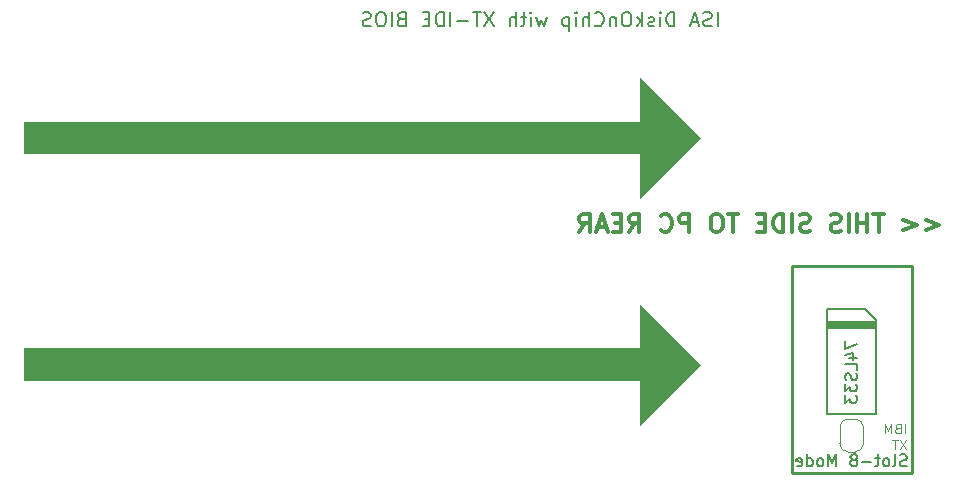
<source format=gbo>
G04 #@! TF.GenerationSoftware,KiCad,Pcbnew,(5.1.6-0)*
G04 #@! TF.CreationDate,2020-08-14T20:43:53-05:00*
G04 #@! TF.ProjectId,DoubleROM-DOC,446f7562-6c65-4524-9f4d-2d444f432e6b,rev?*
G04 #@! TF.SameCoordinates,Original*
G04 #@! TF.FileFunction,Legend,Bot*
G04 #@! TF.FilePolarity,Positive*
%FSLAX46Y46*%
G04 Gerber Fmt 4.6, Leading zero omitted, Abs format (unit mm)*
G04 Created by KiCad (PCBNEW (5.1.6-0)) date 2020-08-14 20:43:53*
%MOMM*%
%LPD*%
G01*
G04 APERTURE LIST*
%ADD10C,0.120000*%
%ADD11C,0.200000*%
%ADD12C,0.304800*%
%ADD13C,0.100000*%
%ADD14C,0.254000*%
%ADD15C,0.150000*%
G04 APERTURE END LIST*
D10*
X258049523Y-152101904D02*
X258049523Y-151301904D01*
X257401904Y-151682857D02*
X257287619Y-151720952D01*
X257249523Y-151759047D01*
X257211428Y-151835238D01*
X257211428Y-151949523D01*
X257249523Y-152025714D01*
X257287619Y-152063809D01*
X257363809Y-152101904D01*
X257668571Y-152101904D01*
X257668571Y-151301904D01*
X257401904Y-151301904D01*
X257325714Y-151340000D01*
X257287619Y-151378095D01*
X257249523Y-151454285D01*
X257249523Y-151530476D01*
X257287619Y-151606666D01*
X257325714Y-151644761D01*
X257401904Y-151682857D01*
X257668571Y-151682857D01*
X256868571Y-152101904D02*
X256868571Y-151301904D01*
X256601904Y-151873333D01*
X256335238Y-151301904D01*
X256335238Y-152101904D01*
X258125714Y-152621904D02*
X257592380Y-153421904D01*
X257592380Y-152621904D02*
X258125714Y-153421904D01*
X257401904Y-152621904D02*
X256944761Y-152621904D01*
X257173333Y-153421904D02*
X257173333Y-152621904D01*
D11*
X242154285Y-117636857D02*
X242154285Y-116436857D01*
X241640000Y-117579714D02*
X241468571Y-117636857D01*
X241182857Y-117636857D01*
X241068571Y-117579714D01*
X241011428Y-117522571D01*
X240954285Y-117408285D01*
X240954285Y-117294000D01*
X241011428Y-117179714D01*
X241068571Y-117122571D01*
X241182857Y-117065428D01*
X241411428Y-117008285D01*
X241525714Y-116951142D01*
X241582857Y-116894000D01*
X241640000Y-116779714D01*
X241640000Y-116665428D01*
X241582857Y-116551142D01*
X241525714Y-116494000D01*
X241411428Y-116436857D01*
X241125714Y-116436857D01*
X240954285Y-116494000D01*
X240497142Y-117294000D02*
X239925714Y-117294000D01*
X240611428Y-117636857D02*
X240211428Y-116436857D01*
X239811428Y-117636857D01*
X238497142Y-117636857D02*
X238497142Y-116436857D01*
X238211428Y-116436857D01*
X238040000Y-116494000D01*
X237925714Y-116608285D01*
X237868571Y-116722571D01*
X237811428Y-116951142D01*
X237811428Y-117122571D01*
X237868571Y-117351142D01*
X237925714Y-117465428D01*
X238040000Y-117579714D01*
X238211428Y-117636857D01*
X238497142Y-117636857D01*
X237297142Y-117636857D02*
X237297142Y-116836857D01*
X237297142Y-116436857D02*
X237354285Y-116494000D01*
X237297142Y-116551142D01*
X237240000Y-116494000D01*
X237297142Y-116436857D01*
X237297142Y-116551142D01*
X236782857Y-117579714D02*
X236668571Y-117636857D01*
X236440000Y-117636857D01*
X236325714Y-117579714D01*
X236268571Y-117465428D01*
X236268571Y-117408285D01*
X236325714Y-117294000D01*
X236440000Y-117236857D01*
X236611428Y-117236857D01*
X236725714Y-117179714D01*
X236782857Y-117065428D01*
X236782857Y-117008285D01*
X236725714Y-116894000D01*
X236611428Y-116836857D01*
X236440000Y-116836857D01*
X236325714Y-116894000D01*
X235754285Y-117636857D02*
X235754285Y-116436857D01*
X235640000Y-117179714D02*
X235297142Y-117636857D01*
X235297142Y-116836857D02*
X235754285Y-117294000D01*
X234554285Y-116436857D02*
X234325714Y-116436857D01*
X234211428Y-116494000D01*
X234097142Y-116608285D01*
X234040000Y-116836857D01*
X234040000Y-117236857D01*
X234097142Y-117465428D01*
X234211428Y-117579714D01*
X234325714Y-117636857D01*
X234554285Y-117636857D01*
X234668571Y-117579714D01*
X234782857Y-117465428D01*
X234840000Y-117236857D01*
X234840000Y-116836857D01*
X234782857Y-116608285D01*
X234668571Y-116494000D01*
X234554285Y-116436857D01*
X233525714Y-116836857D02*
X233525714Y-117636857D01*
X233525714Y-116951142D02*
X233468571Y-116894000D01*
X233354285Y-116836857D01*
X233182857Y-116836857D01*
X233068571Y-116894000D01*
X233011428Y-117008285D01*
X233011428Y-117636857D01*
X231754285Y-117522571D02*
X231811428Y-117579714D01*
X231982857Y-117636857D01*
X232097142Y-117636857D01*
X232268571Y-117579714D01*
X232382857Y-117465428D01*
X232440000Y-117351142D01*
X232497142Y-117122571D01*
X232497142Y-116951142D01*
X232440000Y-116722571D01*
X232382857Y-116608285D01*
X232268571Y-116494000D01*
X232097142Y-116436857D01*
X231982857Y-116436857D01*
X231811428Y-116494000D01*
X231754285Y-116551142D01*
X231240000Y-117636857D02*
X231240000Y-116436857D01*
X230725714Y-117636857D02*
X230725714Y-117008285D01*
X230782857Y-116894000D01*
X230897142Y-116836857D01*
X231068571Y-116836857D01*
X231182857Y-116894000D01*
X231240000Y-116951142D01*
X230154285Y-117636857D02*
X230154285Y-116836857D01*
X230154285Y-116436857D02*
X230211428Y-116494000D01*
X230154285Y-116551142D01*
X230097142Y-116494000D01*
X230154285Y-116436857D01*
X230154285Y-116551142D01*
X229582857Y-116836857D02*
X229582857Y-118036857D01*
X229582857Y-116894000D02*
X229468571Y-116836857D01*
X229240000Y-116836857D01*
X229125714Y-116894000D01*
X229068571Y-116951142D01*
X229011428Y-117065428D01*
X229011428Y-117408285D01*
X229068571Y-117522571D01*
X229125714Y-117579714D01*
X229240000Y-117636857D01*
X229468571Y-117636857D01*
X229582857Y-117579714D01*
X227697142Y-116836857D02*
X227468571Y-117636857D01*
X227240000Y-117065428D01*
X227011428Y-117636857D01*
X226782857Y-116836857D01*
X226325714Y-117636857D02*
X226325714Y-116836857D01*
X226325714Y-116436857D02*
X226382857Y-116494000D01*
X226325714Y-116551142D01*
X226268571Y-116494000D01*
X226325714Y-116436857D01*
X226325714Y-116551142D01*
X225925714Y-116836857D02*
X225468571Y-116836857D01*
X225754285Y-116436857D02*
X225754285Y-117465428D01*
X225697142Y-117579714D01*
X225582857Y-117636857D01*
X225468571Y-117636857D01*
X225068571Y-117636857D02*
X225068571Y-116436857D01*
X224554285Y-117636857D02*
X224554285Y-117008285D01*
X224611428Y-116894000D01*
X224725714Y-116836857D01*
X224897142Y-116836857D01*
X225011428Y-116894000D01*
X225068571Y-116951142D01*
X223182857Y-116436857D02*
X222382857Y-117636857D01*
X222382857Y-116436857D02*
X223182857Y-117636857D01*
X222097142Y-116436857D02*
X221411428Y-116436857D01*
X221754285Y-117636857D02*
X221754285Y-116436857D01*
X221011428Y-117179714D02*
X220097142Y-117179714D01*
X219525714Y-117636857D02*
X219525714Y-116436857D01*
X218954285Y-117636857D02*
X218954285Y-116436857D01*
X218668571Y-116436857D01*
X218497142Y-116494000D01*
X218382857Y-116608285D01*
X218325714Y-116722571D01*
X218268571Y-116951142D01*
X218268571Y-117122571D01*
X218325714Y-117351142D01*
X218382857Y-117465428D01*
X218497142Y-117579714D01*
X218668571Y-117636857D01*
X218954285Y-117636857D01*
X217754285Y-117008285D02*
X217354285Y-117008285D01*
X217182857Y-117636857D02*
X217754285Y-117636857D01*
X217754285Y-116436857D01*
X217182857Y-116436857D01*
X215354285Y-117008285D02*
X215182857Y-117065428D01*
X215125714Y-117122571D01*
X215068571Y-117236857D01*
X215068571Y-117408285D01*
X215125714Y-117522571D01*
X215182857Y-117579714D01*
X215297142Y-117636857D01*
X215754285Y-117636857D01*
X215754285Y-116436857D01*
X215354285Y-116436857D01*
X215240000Y-116494000D01*
X215182857Y-116551142D01*
X215125714Y-116665428D01*
X215125714Y-116779714D01*
X215182857Y-116894000D01*
X215240000Y-116951142D01*
X215354285Y-117008285D01*
X215754285Y-117008285D01*
X214554285Y-117636857D02*
X214554285Y-116436857D01*
X213754285Y-116436857D02*
X213525714Y-116436857D01*
X213411428Y-116494000D01*
X213297142Y-116608285D01*
X213240000Y-116836857D01*
X213240000Y-117236857D01*
X213297142Y-117465428D01*
X213411428Y-117579714D01*
X213525714Y-117636857D01*
X213754285Y-117636857D01*
X213868571Y-117579714D01*
X213982857Y-117465428D01*
X214040000Y-117236857D01*
X214040000Y-116836857D01*
X213982857Y-116608285D01*
X213868571Y-116494000D01*
X213754285Y-116436857D01*
X212782857Y-117579714D02*
X212611428Y-117636857D01*
X212325714Y-117636857D01*
X212211428Y-117579714D01*
X212154285Y-117522571D01*
X212097142Y-117408285D01*
X212097142Y-117294000D01*
X212154285Y-117179714D01*
X212211428Y-117122571D01*
X212325714Y-117065428D01*
X212554285Y-117008285D01*
X212668571Y-116951142D01*
X212725714Y-116894000D01*
X212782857Y-116779714D01*
X212782857Y-116665428D01*
X212725714Y-116551142D01*
X212668571Y-116494000D01*
X212554285Y-116436857D01*
X212268571Y-116436857D01*
X212097142Y-116494000D01*
D12*
X259770880Y-134039428D02*
X260932022Y-134474857D01*
X259770880Y-134910285D01*
X257884022Y-134039428D02*
X259045165Y-134474857D01*
X257884022Y-134910285D01*
X256214880Y-133531428D02*
X255344022Y-133531428D01*
X255779451Y-135055428D02*
X255779451Y-133531428D01*
X254836022Y-135055428D02*
X254836022Y-133531428D01*
X254836022Y-134257142D02*
X253965165Y-134257142D01*
X253965165Y-135055428D02*
X253965165Y-133531428D01*
X253239451Y-135055428D02*
X253239451Y-133531428D01*
X252586308Y-134982857D02*
X252368594Y-135055428D01*
X252005737Y-135055428D01*
X251860594Y-134982857D01*
X251788022Y-134910285D01*
X251715451Y-134765142D01*
X251715451Y-134620000D01*
X251788022Y-134474857D01*
X251860594Y-134402285D01*
X252005737Y-134329714D01*
X252296022Y-134257142D01*
X252441165Y-134184571D01*
X252513737Y-134112000D01*
X252586308Y-133966857D01*
X252586308Y-133821714D01*
X252513737Y-133676571D01*
X252441165Y-133604000D01*
X252296022Y-133531428D01*
X251933165Y-133531428D01*
X251715451Y-133604000D01*
X249973737Y-134982857D02*
X249756022Y-135055428D01*
X249393165Y-135055428D01*
X249248022Y-134982857D01*
X249175451Y-134910285D01*
X249102880Y-134765142D01*
X249102880Y-134620000D01*
X249175451Y-134474857D01*
X249248022Y-134402285D01*
X249393165Y-134329714D01*
X249683451Y-134257142D01*
X249828594Y-134184571D01*
X249901165Y-134112000D01*
X249973737Y-133966857D01*
X249973737Y-133821714D01*
X249901165Y-133676571D01*
X249828594Y-133604000D01*
X249683451Y-133531428D01*
X249320594Y-133531428D01*
X249102880Y-133604000D01*
X248449737Y-135055428D02*
X248449737Y-133531428D01*
X247724022Y-135055428D02*
X247724022Y-133531428D01*
X247361165Y-133531428D01*
X247143451Y-133604000D01*
X246998308Y-133749142D01*
X246925737Y-133894285D01*
X246853165Y-134184571D01*
X246853165Y-134402285D01*
X246925737Y-134692571D01*
X246998308Y-134837714D01*
X247143451Y-134982857D01*
X247361165Y-135055428D01*
X247724022Y-135055428D01*
X246200022Y-134257142D02*
X245692022Y-134257142D01*
X245474308Y-135055428D02*
X246200022Y-135055428D01*
X246200022Y-133531428D01*
X245474308Y-133531428D01*
X243877737Y-133531428D02*
X243006880Y-133531428D01*
X243442308Y-135055428D02*
X243442308Y-133531428D01*
X242208594Y-133531428D02*
X241918308Y-133531428D01*
X241773165Y-133604000D01*
X241628022Y-133749142D01*
X241555451Y-134039428D01*
X241555451Y-134547428D01*
X241628022Y-134837714D01*
X241773165Y-134982857D01*
X241918308Y-135055428D01*
X242208594Y-135055428D01*
X242353737Y-134982857D01*
X242498880Y-134837714D01*
X242571451Y-134547428D01*
X242571451Y-134039428D01*
X242498880Y-133749142D01*
X242353737Y-133604000D01*
X242208594Y-133531428D01*
X239741165Y-135055428D02*
X239741165Y-133531428D01*
X239160594Y-133531428D01*
X239015451Y-133604000D01*
X238942880Y-133676571D01*
X238870308Y-133821714D01*
X238870308Y-134039428D01*
X238942880Y-134184571D01*
X239015451Y-134257142D01*
X239160594Y-134329714D01*
X239741165Y-134329714D01*
X237346308Y-134910285D02*
X237418880Y-134982857D01*
X237636594Y-135055428D01*
X237781737Y-135055428D01*
X237999451Y-134982857D01*
X238144594Y-134837714D01*
X238217165Y-134692571D01*
X238289737Y-134402285D01*
X238289737Y-134184571D01*
X238217165Y-133894285D01*
X238144594Y-133749142D01*
X237999451Y-133604000D01*
X237781737Y-133531428D01*
X237636594Y-133531428D01*
X237418880Y-133604000D01*
X237346308Y-133676571D01*
X234661165Y-135055428D02*
X235169165Y-134329714D01*
X235532022Y-135055428D02*
X235532022Y-133531428D01*
X234951451Y-133531428D01*
X234806308Y-133604000D01*
X234733737Y-133676571D01*
X234661165Y-133821714D01*
X234661165Y-134039428D01*
X234733737Y-134184571D01*
X234806308Y-134257142D01*
X234951451Y-134329714D01*
X235532022Y-134329714D01*
X234008022Y-134257142D02*
X233500022Y-134257142D01*
X233282308Y-135055428D02*
X234008022Y-135055428D01*
X234008022Y-133531428D01*
X233282308Y-133531428D01*
X232701737Y-134620000D02*
X231976022Y-134620000D01*
X232846880Y-135055428D02*
X232338880Y-133531428D01*
X231830880Y-135055428D01*
X230452022Y-135055428D02*
X230960022Y-134329714D01*
X231322880Y-135055428D02*
X231322880Y-133531428D01*
X230742308Y-133531428D01*
X230597165Y-133604000D01*
X230524594Y-133676571D01*
X230452022Y-133821714D01*
X230452022Y-134039428D01*
X230524594Y-134184571D01*
X230597165Y-134257142D01*
X230742308Y-134329714D01*
X231322880Y-134329714D01*
D13*
G36*
X240665000Y-127127000D02*
G01*
X235585000Y-132207000D01*
X235585000Y-122047000D01*
X240665000Y-127127000D01*
G37*
X240665000Y-127127000D02*
X235585000Y-132207000D01*
X235585000Y-122047000D01*
X240665000Y-127127000D01*
G36*
X235585000Y-128397000D02*
G01*
X183388000Y-128397000D01*
X183388000Y-125730000D01*
X235585000Y-125730000D01*
X235585000Y-128397000D01*
G37*
X235585000Y-128397000D02*
X183388000Y-128397000D01*
X183388000Y-125730000D01*
X235585000Y-125730000D01*
X235585000Y-128397000D01*
G36*
X240665000Y-146304000D02*
G01*
X235585000Y-151384000D01*
X235585000Y-141224000D01*
X240665000Y-146304000D01*
G37*
X240665000Y-146304000D02*
X235585000Y-151384000D01*
X235585000Y-141224000D01*
X240665000Y-146304000D01*
G36*
X235585000Y-147574000D02*
G01*
X183388000Y-147574000D01*
X183388000Y-144907000D01*
X235585000Y-144907000D01*
X235585000Y-147574000D01*
G37*
X235585000Y-147574000D02*
X183388000Y-147574000D01*
X183388000Y-144907000D01*
X235585000Y-144907000D01*
X235585000Y-147574000D01*
D14*
X248412000Y-137922000D02*
X248412000Y-155448000D01*
X258572000Y-137922000D02*
X248412000Y-137922000D01*
X258572000Y-155448000D02*
X258572000Y-137922000D01*
X248412000Y-155448000D02*
X258572000Y-155448000D01*
D10*
X252492000Y-151573000D02*
X252492000Y-152973000D01*
X253192000Y-153673000D02*
X253792000Y-153673000D01*
X254492000Y-152973000D02*
X254492000Y-151573000D01*
X253792000Y-150873000D02*
X253192000Y-150873000D01*
X252492000Y-152973000D02*
G75*
G03*
X253192000Y-153673000I700000J0D01*
G01*
X253792000Y-153673000D02*
G75*
G03*
X254492000Y-152973000I0J700000D01*
G01*
X254492000Y-151573000D02*
G75*
G03*
X253792000Y-150873000I-700000J0D01*
G01*
X253192000Y-150873000D02*
G75*
G03*
X252492000Y-151573000I0J-700000D01*
G01*
D15*
X255567000Y-150500000D02*
X251417000Y-150500000D01*
X254650240Y-141599920D02*
X251417000Y-141600000D01*
X255567000Y-150500000D02*
X255564640Y-142514320D01*
X251417000Y-150500000D02*
X251417000Y-141600000D01*
D13*
G36*
X255549400Y-142544800D02*
G01*
X251409200Y-142544800D01*
X251409200Y-143205200D01*
X255549400Y-143205200D01*
X255549400Y-142544800D01*
G37*
X255549400Y-142544800D02*
X251409200Y-142544800D01*
X251409200Y-143205200D01*
X255549400Y-143205200D01*
X255549400Y-142544800D01*
D15*
X255564640Y-142514320D02*
X254650240Y-141599920D01*
X258158666Y-154836761D02*
X258015809Y-154884380D01*
X257777714Y-154884380D01*
X257682476Y-154836761D01*
X257634857Y-154789142D01*
X257587238Y-154693904D01*
X257587238Y-154598666D01*
X257634857Y-154503428D01*
X257682476Y-154455809D01*
X257777714Y-154408190D01*
X257968190Y-154360571D01*
X258063428Y-154312952D01*
X258111047Y-154265333D01*
X258158666Y-154170095D01*
X258158666Y-154074857D01*
X258111047Y-153979619D01*
X258063428Y-153932000D01*
X257968190Y-153884380D01*
X257730095Y-153884380D01*
X257587238Y-153932000D01*
X257015809Y-154884380D02*
X257111047Y-154836761D01*
X257158666Y-154741523D01*
X257158666Y-153884380D01*
X256492000Y-154884380D02*
X256587238Y-154836761D01*
X256634857Y-154789142D01*
X256682476Y-154693904D01*
X256682476Y-154408190D01*
X256634857Y-154312952D01*
X256587238Y-154265333D01*
X256492000Y-154217714D01*
X256349142Y-154217714D01*
X256253904Y-154265333D01*
X256206285Y-154312952D01*
X256158666Y-154408190D01*
X256158666Y-154693904D01*
X256206285Y-154789142D01*
X256253904Y-154836761D01*
X256349142Y-154884380D01*
X256492000Y-154884380D01*
X255872952Y-154217714D02*
X255492000Y-154217714D01*
X255730095Y-153884380D02*
X255730095Y-154741523D01*
X255682476Y-154836761D01*
X255587238Y-154884380D01*
X255492000Y-154884380D01*
X255158666Y-154503428D02*
X254396761Y-154503428D01*
X253777714Y-154312952D02*
X253872952Y-154265333D01*
X253920571Y-154217714D01*
X253968190Y-154122476D01*
X253968190Y-154074857D01*
X253920571Y-153979619D01*
X253872952Y-153932000D01*
X253777714Y-153884380D01*
X253587238Y-153884380D01*
X253492000Y-153932000D01*
X253444380Y-153979619D01*
X253396761Y-154074857D01*
X253396761Y-154122476D01*
X253444380Y-154217714D01*
X253492000Y-154265333D01*
X253587238Y-154312952D01*
X253777714Y-154312952D01*
X253872952Y-154360571D01*
X253920571Y-154408190D01*
X253968190Y-154503428D01*
X253968190Y-154693904D01*
X253920571Y-154789142D01*
X253872952Y-154836761D01*
X253777714Y-154884380D01*
X253587238Y-154884380D01*
X253492000Y-154836761D01*
X253444380Y-154789142D01*
X253396761Y-154693904D01*
X253396761Y-154503428D01*
X253444380Y-154408190D01*
X253492000Y-154360571D01*
X253587238Y-154312952D01*
X252206285Y-154884380D02*
X252206285Y-153884380D01*
X251872952Y-154598666D01*
X251539619Y-153884380D01*
X251539619Y-154884380D01*
X250920571Y-154884380D02*
X251015809Y-154836761D01*
X251063428Y-154789142D01*
X251111047Y-154693904D01*
X251111047Y-154408190D01*
X251063428Y-154312952D01*
X251015809Y-154265333D01*
X250920571Y-154217714D01*
X250777714Y-154217714D01*
X250682476Y-154265333D01*
X250634857Y-154312952D01*
X250587238Y-154408190D01*
X250587238Y-154693904D01*
X250634857Y-154789142D01*
X250682476Y-154836761D01*
X250777714Y-154884380D01*
X250920571Y-154884380D01*
X249730095Y-154884380D02*
X249730095Y-153884380D01*
X249730095Y-154836761D02*
X249825333Y-154884380D01*
X250015809Y-154884380D01*
X250111047Y-154836761D01*
X250158666Y-154789142D01*
X250206285Y-154693904D01*
X250206285Y-154408190D01*
X250158666Y-154312952D01*
X250111047Y-154265333D01*
X250015809Y-154217714D01*
X249825333Y-154217714D01*
X249730095Y-154265333D01*
X248872952Y-154836761D02*
X248968190Y-154884380D01*
X249158666Y-154884380D01*
X249253904Y-154836761D01*
X249301523Y-154741523D01*
X249301523Y-154360571D01*
X249253904Y-154265333D01*
X249158666Y-154217714D01*
X248968190Y-154217714D01*
X248872952Y-154265333D01*
X248825333Y-154360571D01*
X248825333Y-154455809D01*
X249301523Y-154551047D01*
X252944380Y-144260582D02*
X252944380Y-144927249D01*
X253944380Y-144498678D01*
X253277714Y-145736773D02*
X253944380Y-145736773D01*
X252896761Y-145498678D02*
X253611047Y-145260582D01*
X253611047Y-145879630D01*
X253944380Y-146736773D02*
X253944380Y-146260582D01*
X252944380Y-146260582D01*
X253896761Y-147022487D02*
X253944380Y-147165344D01*
X253944380Y-147403440D01*
X253896761Y-147498678D01*
X253849142Y-147546297D01*
X253753904Y-147593916D01*
X253658666Y-147593916D01*
X253563428Y-147546297D01*
X253515809Y-147498678D01*
X253468190Y-147403440D01*
X253420571Y-147212963D01*
X253372952Y-147117725D01*
X253325333Y-147070106D01*
X253230095Y-147022487D01*
X253134857Y-147022487D01*
X253039619Y-147070106D01*
X252992000Y-147117725D01*
X252944380Y-147212963D01*
X252944380Y-147451059D01*
X252992000Y-147593916D01*
X252944380Y-147927249D02*
X252944380Y-148546297D01*
X253325333Y-148212963D01*
X253325333Y-148355820D01*
X253372952Y-148451059D01*
X253420571Y-148498678D01*
X253515809Y-148546297D01*
X253753904Y-148546297D01*
X253849142Y-148498678D01*
X253896761Y-148451059D01*
X253944380Y-148355820D01*
X253944380Y-148070106D01*
X253896761Y-147974868D01*
X253849142Y-147927249D01*
X252944380Y-148879630D02*
X252944380Y-149498678D01*
X253325333Y-149165344D01*
X253325333Y-149308201D01*
X253372952Y-149403440D01*
X253420571Y-149451059D01*
X253515809Y-149498678D01*
X253753904Y-149498678D01*
X253849142Y-149451059D01*
X253896761Y-149403440D01*
X253944380Y-149308201D01*
X253944380Y-149022487D01*
X253896761Y-148927249D01*
X253849142Y-148879630D01*
M02*

</source>
